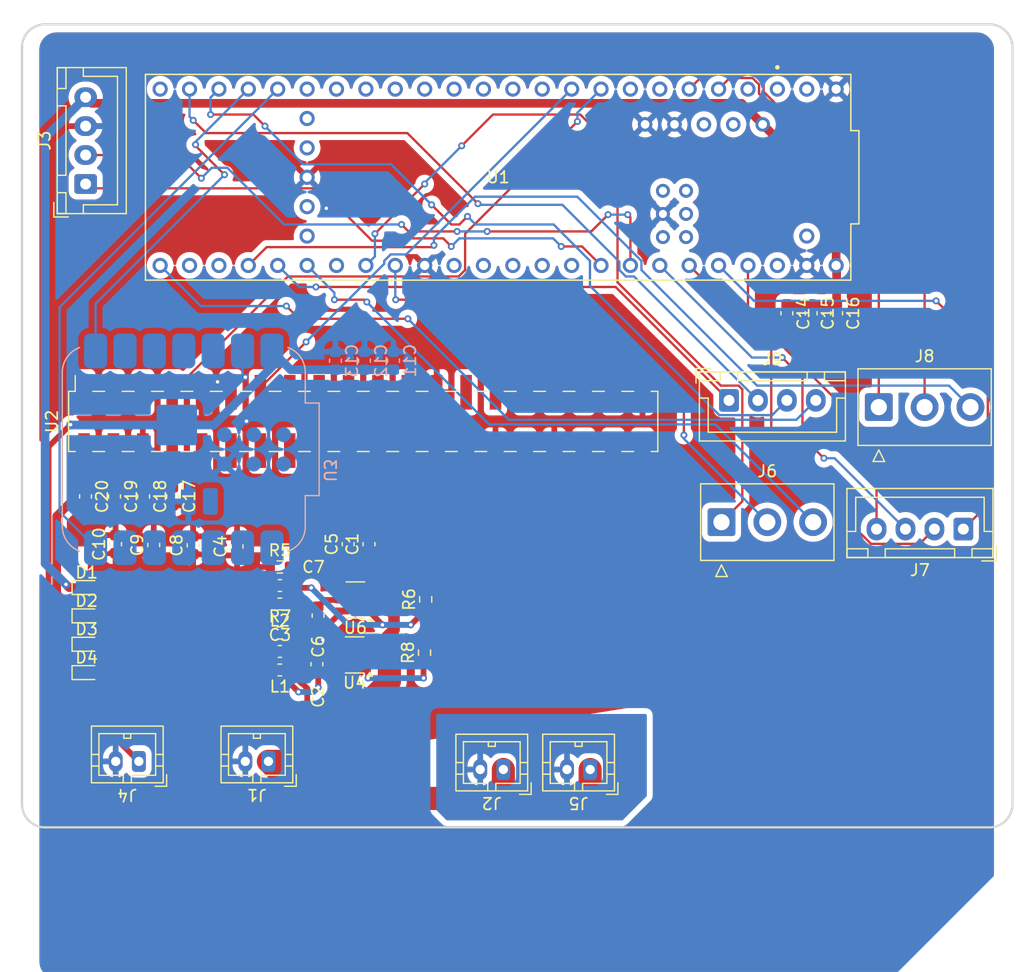
<source format=kicad_pcb>
(kicad_pcb (version 20241229) (generator "pcbnew") (generator_version "9.0")
  (layers (0 "F.Cu" signal) (2 "B.Cu" signal) (13 "F.Paste" user) (15 "B.Paste" user) (5 "F.SilkS" user "F.Silkscreen") (7 "B.SilkS" user "B.Silkscreen") (1 "F.Mask" user) (3 "B.Mask" user) (25 "Edge.Cuts" user))
  (net 0 "")
  (net 1 "+6.6V")
  (net 2 "GND")
  (net 3 "Net-(U4-BST)")
  (net 4 "Net-(U4-SW)")
  (net 5 "Net-(U4-FB)")
  (net 6 "+5.3V")
  (net 7 "Net-(U6-BST)")
  (net 8 "Net-(U6-SW)")
  (net 9 "Net-(U6-FB)")
  (net 10 "Net-(D1-K)")
  (net 11 "Net-(D2-K)")
  (net 12 "Net-(D3-K)")
  (net 13 "Net-(D4-K)")
  (net 14 "MGND")
  (net 15 "/BIN1_1")
  (net 16 "/SDA")
  (net 17 "/SCL")
  (net 18 "/BIN1")
  (net 19 "/BIN2")
  (net 20 "/PWMB")
  (net 21 "/STBY")
  (net 22 "/AIN2")
  (net 23 "/AIN1")
  (net 24 "/PWMA")
  (net 32 "/K230_TX")
  (net 54 "/K230_RX")
  (net 58 "/XIAO_RX")
  (net 64 "/XIAO_TX")
  (net 72 "/BIN2_1")
  (net 74 "/PWMB_1")
  (net 75 "/AIN2_1")
  (net 77 "/STBY_1")
  (net 78 "/PWMA_1")
  (net 79 "/AIN1_1")
  (net 108 "Net-(U1-3.3V-Pad3.3V_1)")
  (footprint "Inductor_SMD:L_0603_1608Metric" (layer "F.Cu") (at 89.7875 118.1 180)
    (property "Reference" "L2")
    (property "Value" "10uH")
  )
  (footprint "Capacitor_SMD:C_0603_1608Metric" (layer "F.Cu") (at 75.5 108.8 -90)
    (property "Reference" "C19")
    (property "Value" "1uF")
  )
  (footprint "Capacitor_SMD:C_0603_1608Metric" (layer "F.Cu") (at 82.2875 113.025 90)
    (property "Reference" "C8")
    (property "Value" "22uF")
  )
  (footprint "Connector_TE-Connectivity:TE_440054-2_1x02_P2.00mm_Vertical" (layer "F.Cu") (at 77.6 131.7 180)
    (property "Reference" "J4")
    (property "Value" "Conn_01x02")
  )
  (footprint "Connector_TE-Connectivity:TE_440054-2_1x02_P2.00mm_Vertical" (layer "F.Cu") (at 116.6 132.4 180)
    (property "Reference" "J5")
    (property "Value" "Conn_01x02")
  )
  (footprint "Inductor_SMD:L_0603_1608Metric" (layer "F.Cu") (at 89.7875 123.8 180)
    (property "Reference" "L1")
    (property "Value" "10uH")
  )
  (footprint "Capacitor_SMD:C_0603_1608Metric" (layer "F.Cu") (at 97.4875 112.925 90)
    (property "Reference" "C1")
    (property "Value" "10uF")
  )
  (footprint "Connector_TE-Connectivity:TE_440054-2_1x02_P2.00mm_Vertical" (layer "F.Cu") (at 109.1 132.4 180)
    (property "Reference" "J2")
    (property "Value" "Conn_01x02")
  )
  (footprint "Capacitor_SMD:C_0603_1608Metric" (layer "F.Cu") (at 80.52 108.8 -90)
    (property "Reference" "C17")
    (property "Value" "0.1uF")
  )
  (footprint "Capacitor_SMD:C_0603_1608Metric" (layer "F.Cu") (at 78.8875 113 90)
    (property "Reference" "C9")
    (property "Value" "22uF")
  )
  (footprint "Capacitor_SMD:C_0603_1608Metric" (layer "F.Cu") (at 72.99 108.8 -90)
    (property "Reference" "C20")
    (property "Value" "47uF")
  )
  (footprint "Capacitor_SMD:C_0603_1608Metric" (layer "F.Cu") (at 135.7 92.975 -90)
    (property "Reference" "C15")
    (property "Value" "1uF")
  )
  (footprint "Resistor_SMD:R_0603_1608Metric" (layer "F.Cu") (at 102.2875 122.3 90)
    (property "Reference" "R8")
    (property "Value" "30k")
  )
  (footprint "Capacitor_SMD:C_0603_1608Metric" (layer "F.Cu") (at 86.0875 113.125 90)
    (property "Reference" "C4")
    (property "Value" "22uF")
  )
  (footprint "Package_TO_SOT_SMD:TSOT-23-6" (layer "F.Cu") (at 96.3125 117.75 180)
    (property "Reference" "U6")
    (property "Value" "AP63201WU")
  )
  (footprint "Capacitor_SMD:C_0603_1608Metric" (layer "F.Cu") (at 89.7875 116.5)
    (property "Reference" "C7")
    (property "Value" "100pF")
  )
  (footprint "Diode_SMD:D_SOD-523" (layer "F.Cu") (at 73.0875 121.575)
    (property "Reference" "D3")
    (property "Value" "1N4148WT")
  )
  (footprint "Connector_PinSocket_2.54mm:PinSocket_2x20_P2.54mm_Vertical_SMD" (layer "F.Cu") (at 96.99 102.32 90)
    (property "Reference" "U2")
    (property "Value" "K230D")
  )
  (footprint "Capacitor_SMD:C_0603_1608Metric" (layer "F.Cu") (at 75.5875 112.925 90)
    (property "Reference" "C10")
    (property "Value" "22uF")
  )
  (footprint "Connector_JST:JST_XH_B4B-XH-A_1x04_P2.50mm_Vertical" (layer "F.Cu") (at 148.85 111.625 180)
    (property "Reference" "J7")
    (property "Value" "Conn_01x04")
  )
  (footprint "Connector_TE-Connectivity:TE_440054-2_1x02_P2.00mm_Vertical" (layer "F.Cu") (at 88.8 131.7 180)
    (property "Reference" "J1")
    (property "Value" "Conn_01x02")
  )
  (footprint "Capacitor_SMD:C_0603_1608Metric" (layer "F.Cu") (at 95.6875 112.925 90)
    (property "Reference" "C5")
    (property "Value" "10uF")
  )
  (footprint "Connector_JST:JST_XH_B4B-XH-A_1x04_P2.50mm_Vertical" (layer "F.Cu") (at 73 81.8 90)
    (property "Reference" "J3")
    (property "Value" "Conn_01x04")
  )
  (footprint "Package_TO_SOT_SMD:TSOT-23-6" (layer "F.Cu") (at 96.25 122.5 180)
    (property "Reference" "U4")
    (property "Value" "AP63201WU")
  )
  (footprint "Resistor_SMD:R_0603_1608Metric" (layer "F.Cu") (at 102.3875 117.7 90)
    (property "Reference" "R6")
    (property "Value" "30k")
  )
  (footprint "Capacitor_SMD:C_0603_1608Metric" (layer "F.Cu") (at 137.9 92.975 -90)
    (property "Reference" "C16")
    (property "Value" "0.1uF")
  )
  (footprint "Resistor_SMD:R_0603_1608Metric" (layer "F.Cu") (at 89.7875 114.9)
    (property "Reference" "R5")
    (property "Value" "169k")
  )
  (footprint "Connector_JST:JST_XH_B4B-XH-A_1x04_P2.50mm_Vertical" (layer "F.Cu") (at 128.6 100.5)
    (property "Reference" "J9")
    (property "Value" "Conn_01x04")
  )
  (footprint "Capacitor_SMD:C_0603_1608Metric" (layer "F.Cu") (at 78.01 108.8 -90)
    (property "Reference" "C18")
    (property "Value" "22uF")
  )
  (footprint "Capacitor_SMD:C_0603_1608Metric" (layer "F.Cu") (at 92.9875 123.3 -90)
    (property "Reference" "C2")
    (property "Value" "100nF")
  )
  (footprint "Diode_SMD:D_SOD-523" (layer "F.Cu") (at 73.0875 119.125)
    (property "Reference" "D2")
    (property "Value" "1N4148WT")
  )
  (footprint "Capacitor_SMD:C_0603_1608Metric" (layer "F.Cu") (at 93.0875 119.1 -90)
    (property "Reference" "C6")
    (property "Value" "100nF")
  )
  (footprint "Transformer_SMD:Teensy4.1" (layer "F.Cu") (at 108.65 81.22 180)
    (property "Reference" "U1")
    (property "Value" "DEV-16771")
  )
  (footprint "Diode_SMD:D_SOD-523" (layer "F.Cu") (at 73.0875 116.675)
    (property "Reference" "D1")
    (property "Value" "1N4148WT")
  )
  (footprint "Capacitor_SMD:C_0603_1608Metric" (layer "F.Cu") (at 89.7875 122.2)
    (property "Reference" "C3")
    (property "Value" "100pF")
  )
  (footprint "Connector_TE-Connectivity:TE_826576-3_1x03_P3.96mm_Vertical" (layer "F.Cu") (at 141.545 101.0825)
    (property "Reference" "J8")
    (property "Value" "Conn_01x03")
  )
  (footprint "Capacitor_SMD:C_0603_1608Metric" (layer "F.Cu") (at 133.6 92.975 -90)
    (property "Reference" "C14")
    (property "Value" "22uF")
  )
  (footprint "Resistor_SMD:R_0603_1608Metric" (layer "F.Cu") (at 89.7875 120.6)
    (property "Reference" "R7")
    (property "Value" "169k")
  )
  (footprint "Connector_TE-Connectivity:TE_826576-3_1x03_P3.96mm_Vertical" (layer "F.Cu") (at 127.95 111.025)
    (property "Reference" "J6")
    (property "Value" "Conn_01x03")
  )
  (footprint "Diode_SMD:D_SOD-523" (layer "F.Cu") (at 73.0875 124.025)
    (property "Reference" "D4")
    (property "Value" "1N4148WT")
  )
  (footprint "Capacitor_SMD:C_0603_1608Metric" (layer "B.Cu") (at 99.61 97.075 90)
    (property "Reference" "C11")
    (property "Value" "0.1uF")
  )
  (footprint "RF_Module:MCU_Seeed_ESP32C3" (layer "B.Cu") (at 81.48 104.73 90)
    (property "Reference" "U3")
    (property "Value" "SeeeduinoXIAO")
  )
  (footprint "Capacitor_SMD:C_0603_1608Metric" (layer "B.Cu") (at 97.1 97.075 90)
    (property "Reference" "C12")
    (property "Value" "22uF")
  )
  (footprint "Capacitor_SMD:C_0603_1608Metric" (layer "B.Cu") (at 94.59 97.075 90)
    (property "Reference" "C13")
    (property "Value" "1uF")
  )
  (gr_line (start 67.5 135.4) (end 67.5 70) (stroke (width 0.2)) (layer "Edge.Cuts"))
  (gr_line (start 69.5 68) (end 151.1 68) (stroke (width 0.2)) (layer "Edge.Cuts"))
  (gr_line (start 153.1 70) (end 153.1 135.4) (stroke (width 0.2)) (layer "Edge.Cuts"))
  (gr_arc (start 151.1 68) (mid 152.514214 68.585786) (end 153.1 70) (stroke (width 0.2)) (layer "Edge.Cuts"))
  (gr_line (start 151.1 137.4) (end 69.5 137.4) (stroke (width 0.2)) (layer "Edge.Cuts"))
  (gr_arc (start 69.5 137.4) (mid 68.085786 136.814214) (end 67.5 135.4) (stroke (width 0.2)) (layer "Edge.Cuts"))
  (gr_arc (start 153.1 135.4) (mid 152.514214 136.814214) (end 151.1 137.4) (stroke (width 0.2)) (layer "Edge.Cuts"))
  (gr_arc (start 67.5 70) (mid 68.085786 68.585786) (end 69.5 68) (stroke (width 0.2)) (layer "Edge.Cuts"))
  (segment (start 109.5 134.9) (end 115.9 134.9) (width 2) (layer "F.Cu") (net 1))
  (segment (start 97.45 117.75) (end 97.45 116.8) (width 0.2) (layer "F.Cu") (net 1))
  (segment (start 109.1 132.4) (end 109.1 134.5) (width 2) (layer "F.Cu") (net 1))
  (segment (start 97.3875 121.55) (end 98.415628 121.55) (width 1) (layer "F.Cu") (net 1))
  (segment (start 99.251 124.771735) (end 99.251 122.73624) (width 2) (layer "F.Cu") (net 1))
  (segment (start 98.225 117.575) (end 97.45 116.8) (width 1) (layer "F.Cu") (net 1))
  (segment (start 109.1 134.5) (end 109.5 134.9) (width 2) (layer "F.Cu") (net 1))
  (segment (start 97.45 116.8) (end 97.45 113.7375) (width 1) (layer "F.Cu") (net 1))
  (segment (start 92 134.9) (end 109.5 134.9) (width 2) (layer "F.Cu") (net 1))
  (segment (start 92.322735 131.7) (end 99.251 124.771735) (width 2) (layer "F.Cu") (net 1))
  (segment (start 97.4875 113.7) (end 95.6875 113.7) (width 1) (layer "F.Cu") (net 1))
  (segment (start 116.6 134.2) (end 116.6 132.4) (width 2) (layer "F.Cu") (net 1))
  (segment (start 115.9 134.9) (end 116.6 134.2) (width 2) (layer "F.Cu") (net 1))
  (segment (start 98.415628 121.55) (end 99.651 120.314628) (width 1) (layer "F.Cu") (net 1))
  (segment (start 88.8 131.7) (end 92 134.9) (width 2) (layer "F.Cu") (net 1))
  (segment (start 99.251 122.73624) (end 98.46376 121.949) (width 2) (layer "F.Cu") (net 1))
  (segment (start 97.501 117.699) (end 97.45 117.699) (width 1) (layer "F.Cu") (net 1))
  (segment (start 99.651 119.001) (end 98.225 117.575) (width 1) (layer "F.Cu") (net 1))
  (segment (start 97.45 113.7375) (end 97.4875 113.7) (width 1) (layer "F.Cu") (net 1))
  (segment (start 88.8 131.7) (end 92.322735 131.7) (width 2) (layer "F.Cu") (net 1))
  (segment (start 99.651 120.314628) (end 99.651 119.001) (width 1) (layer "F.Cu") (net 1))
  (segment (start 97.3875 121.55) (end 97.3875 122.449) (width 1) (layer "F.Cu") (net 1))
  (segment (start 97.625 117.575) (end 97.501 117.699) (width 1) (layer "F.Cu") (net 1))
  (segment (start 98.225 117.575) (end 97.625 117.575) (width 1) (layer "F.Cu") (net 1))
  (via (at 84.4 98.9) (size 0.6) (drill 0.3) (layers "F.Cu" "B.Cu") (net 2))
  (via (at 93.8 83.9) (size 0.6) (drill 0.3) (layers "F.Cu" "B.Cu") (net 2))
  (via (at 86.8 98.5) (size 0.6) (drill 0.3) (layers "F.Cu" "B.Cu") (net 2))
  (via (at 86.9 102.3) (size 0.6) (drill 0.3) (layers "F.Cu" "B.Cu") (net 2))
  (via (at 93.5 121.2) (size 0.6) (drill 0.3) (layers "F.Cu" "B.Cu") (net 2))
  (segment (start 86.56 98.26) (end 86.56 96.23) (width 0.2) (layer "B.Cu") (net 2))
  (segment (start 86.8 98.5) (end 86.56 98.26) (width 0.2) (layer "B.Cu") (net 2))
  (segment (start 94.4875 124.075) (end 95.1125 123.45) (width 0.5) (layer "F.Cu") (net 3))
  (segment (start 93.1 125.3) (end 93.1 124.1875) (width 0.5) (layer "F.Cu") (net 3))
  (segment (start 90.575 123.8) (end 90.575 124.875) (width 0.5) (layer "F.Cu") (net 3))
  (segment (start 90.575 124.875) (end 91.4 125.7) (width 0.5) (layer "F.Cu") (net 3))
  (segment (start 93.1 124.1875) (end 92.9875 124.075) (width 0.5) (layer "F.Cu") (net 3))
  (segment (start 92.9875 124.075) (end 94.4875 124.075) (width 0.5) (layer "F.Cu") (net 3))
  (via (at 93.1 125.3) (size 0.6) (drill 0.3) (layers "F.Cu" "B.Cu") (net 3))
  (via (at 91.4 125.7) (size 0.6) (drill 0.3) (layers "F.Cu" "B.Cu") (net 3))
  (segment (start 91.4 125.7) (end 92.7 125.7) (width 0.5) (layer "B.Cu") (net 3))
  (segment (start 92.7 125.7) (end 93.1 125.3) (width 0.5) (layer "B.Cu") (net 3))
  (segment (start 92.9875 122.525) (end 95.0875 122.525) (width 0.5) (layer "F.Cu") (net 4))
  (segment (start 95.0875 122.525) (end 95.1125 122.5) (width 0.5) (layer "F.Cu") (net 4))
  (segment (start 91.649 124.949) (end 91.711075 124.949) (width 0.5) (layer "F.Cu") (net 5))
  (segment (start 97.4 124.5) (end 97.4 123.4625) (width 0.5) (layer "F.Cu") (net 5))
  (segment (start 93.21875 127.61875) (end 97.3875 123.45) (width 0.5) (layer "F.Cu") (net 5))
  (segment (start 102.2 124.5) (end 102.2 123.2125) (width 0.5) (layer "F.Cu") (net 5))
  (segment (start 91.4635 123.101) (end 91.4635 124.7635) (width 0.5) (layer "F.Cu") (net 5))
  (segment (start 102.2 123.2125) (end 102.2875 123.125) (width 0.5) (layer "F.Cu") (net 5))
  (segment (start 91.4635 124.7635) (end 91.649 124.949) (width 0.5) (layer "F.Cu") (net 5))
  (segment (start 90.6125 122.15) (end 90.5625 122.2) (width 0.5) (layer "F.Cu") (net 5))
  (segment (start 91.711075 124.949) (end 92.151 125.388925) (width 0.5) (layer "F.Cu") (net 5))
  (segment (start 97.4 123.4625) (end 97.3875 123.45) (width 0.5) (layer "F.Cu") (net 5))
  (segment (start 90.6125 120.6) (end 90.6125 122.15) (width 0.5) (layer "F.Cu") (net 5))
  (segment (start 90.5625 122.2) (end 91.4635 123.101) (width 0.5) (layer "F.Cu") (net 5))
  (segment (start 92.151 126.551) (end 93.21875 127.61875) (width 0.5) (layer "F.Cu") (net 5))
  (segment (start 92.151 125.388925) (end 92.151 126.551) (width 0.5) (layer "F.Cu") (net 5))
  (via (at 102.2 124.5) (size 0.6) (drill 0.3) (layers "F.Cu" "B.Cu") (net 5))
  (via (at 97.4 124.5) (size 0.6) (drill 0.3) (layers "F.Cu" "B.Cu") (net 5))
  (segment (start 97.4 124.5) (end 102.2 124.5) (width 0.5) (layer "B.Cu") (net 5))
  (segment (start 91.3125 118.1) (end 93.0875 119.875) (width 0.5) (layer "F.Cu") (net 7))
  (segment (start 90.575 118.1) (end 91.3125 118.1) (width 0.5) (layer "F.Cu") (net 7))
  (segment (start 93.0875 119.875) (end 94 119.875) (width 0.5) (layer "F.Cu") (net 7))
  (segment (start 94 119.875) (end 95.175 118.7) (width 0.5) (layer "F.Cu") (net 7))
  (segment (start 93.6625 117.75) (end 95.175 117.75) (width 0.5) (layer "F.Cu") (net 8))
  (segment (start 93.0875 118.325) (end 93.6625 117.75) (width 0.5) (layer "F.Cu") (net 8))
  (segment (start 92.5 116.7) (end 90.7625 116.7) (width 0.5) (layer "F.Cu") (net 9))
  (segment (start 90.5625 114.95) (end 90.6125 114.9) (width 0.5) (layer "F.Cu") (net 9))
  (segment (start 90.7625 116.7) (end 90.5625 116.5) (width 0.5) (layer "F.Cu") (net 9))
  (segment (start 102.3875 118.525) (end 102.3875 118.6125) (width 0.5) (layer "F.Cu") (net 9))
  (segment (start 102.3875 118.6125) (end 101.1 119.9) (width 0.5) (layer "F.Cu") (net 9))
  (segment (start 90.5625 116.5) (end 90.5625 114.95) (width 0.5) (layer "F.Cu") (net 9))
  (segment (start 98.65 119.9) (end 97.45 118.7) (width 0.5) (layer "F.Cu") (net 9))
  (via (at 101.1 119.9) (size 0.6) (drill 0.3) (layers "F.Cu" "B.Cu") (net 9))
  (via (at 98.65 119.9) (size 0.6) (drill 0.3) (layers "F.Cu" "B.Cu") (net 9))
  (via (at 92.5 116.7) (size 0.6) (drill 0.3) (layers "F.Cu" "B.Cu") (net 9))
  (segment (start 101.1 119.9) (end 95.7 119.9) (width 0.5) (layer "B.Cu") (net 9))
  (segment (start 101.1 119.9) (end 98.65 119.9) (width 0.5) (layer "B.Cu") (net 9))
  (segment (start 95.7 119.9) (end 92.5 116.7) (width 0.5) (layer "B.Cu") (net 9))
  (segment (start 137.9 88.88) (end 137.86 88.84) (width 0.75) (layer "F.Cu") (net 10))
  (segment (start 73 74.3) (end 73.53 74.83) (width 0.75) (layer "F.Cu") (net 10))
  (segment (start 71.575 116.675) (end 71.5 116.6) (width 0.75) (layer "F.Cu") (net 10))
  (segment (start 71.5 116.6) (end 71.3 116.4) (width 0.75) (layer "F.Cu") (net 10))
  (segment (start 131.51 76.65) (end 137.86 83) (width 0.75) (layer "F.Cu") (net 10))
  (segment (start 137.9 92.2) (end 137.9 88.88) (width 0.75) (layer "F.Cu") (net 10))
  (segment (start 73.53 74.83) (end 129.69 74.83) (width 0.75) (layer "F.Cu") (net 10))
  (segment (start 129.69 74.83) (end 131.51 76.65) (width 0.75) (layer "F.Cu") (net 10))
  (segment (start 137.86 83) (end 137.86 88.84) (width 0.75) (layer "F.Cu") (net 10))
  (segment (start 133.6 92.2) (end 137.9 92.2) (width 0.75) (layer "F.Cu") (net 10))
  (segment (start 72.3875 116.675) (end 71.575 116.675) (width 0.75) (layer "F.Cu") (net 10))
  (via (at 71.3 116.4) (size 0.6) (drill 0.3) (layers "F.Cu" "B.Cu") (net 10))
  (segment (start 71.3 116.4) (end 69.5 114.6) (width 0.75) (layer "B.Cu") (net 10))
  (segment (start 69.5 114.6) (end 69.5 77.8) (width 0.75) (layer "B.Cu") (net 10))
  (segment (start 69.5 77.8) (end 73 74.3) (width 0.75) (layer "B.Cu") (net 10))
  (segment (start 70.5 110.515) (end 72.99 108.025) (width 0.75) (layer "F.Cu") (net 11))
  (segment (start 75.5 108.025) (end 75.5 104.94) (width 0.75) (layer "F.Cu") (net 11))
  (segment (start 72.99 108.025) (end 73.6 108.025) (width 0.75) (layer "F.Cu") (net 11))
  (segment (start 75.5 108.025) (end 78.01 108.025) (width 0.75) (layer "F.Cu") (net 11))
  (segment (start 73.6 105.58) (end 72.86 104.84) (width 0.75) (layer "F.Cu") (net 11))
  (segment (start 72.3875 119.125) (end 70.5 117.2375) (width 0.75) (layer "F.Cu") (net 11))
  (segment (start 70.5 117.2375) (end 70.5 110.515) (width 0.75) (layer "F.Cu") (net 11))
  (segment (start 75.5 104.94) (end 75.4 104.84) (width 0.75) (layer "F.Cu") (net 11))
  (segment (start 78.01 108.025) (end 80.52 108.025) (width 0.75) (layer "F.Cu") (net 11))
  (segment (start 73.6 108.025) (end 75.5 108.025) (width 0.75) (layer "F.Cu") (net 11))
  (segment (start 73.6 108.025) (end 73.6 105.58) (width 0.75) (layer "F.Cu") (net 11))
  (segment (start 72.375 121.575) (end 70.9 120.1) (width 0.5) (layer "F.Cu") (net 12))
  (segment (start 69.799 104.501) (end 71.7 102.6) (width 0.5) (layer "F.Cu") (net 12))
  (segment (start 70.9 120.1) (end 69.799 118.999) (width 0.5) (layer "F.Cu") (net 12))
  (segment (start 69.799 118.999) (end 69.799 104.501) (width 0.5) (layer "F.Cu") (net 12))
  (segment (start 72.3875 121.575) (end 72.375 121.575) (width 0.5) (layer "F.Cu") (net 12))
  (via (at 71.7 102.6) (size 0.6) (drill 0.3) (layers "F.Cu" "B.Cu") (net 12))
  (segment (start 84.076174 102.63) (end 80.88 102.63) (width 0.75) (layer "B.Cu") (net 12))
  (segment (start 71.7 102.6) (end 71.73 102.63) (width 0.75) (layer "B.Cu") (net 12))
  (segment (start 90.72 97.85) (end 89.1 96.23) (width 0.75) (layer "B.Cu") (net 12))
  (segment (start 94.59 97.85) (end 90.72 97.85) (width 0.75) (layer "B.Cu") (net 12))
  (segment (start 89.1 97.606174) (end 84.076174 102.63) (width 0.75) (layer "B.Cu") (net 12))
  (segment (start 71.73 102.63) (end 80.88 102.63) (width 0.75) (layer "B.Cu") (net 12))
  (segment (start 99.61 97.85) (end 94.59 97.85) (width 0.75) (layer "B.Cu") (net 12))
  (segment (start 89.1 96.23) (end 89.1 97.606174) (width 0.75) (layer "B.Cu") (net 12))
  (segment (start 72.3875 126.4875) (end 77.6 131.7) (width 0.5) (layer "F.Cu") (net 13))
  (segment (start 72.3875 124.025) (end 72.3875 126.4875) (width 0.5) (layer "F.Cu") (net 13))
  (segment (start 128.655 72.645) (end 127.7 73.6) (width 0.2) (layer "F.Cu") (net 15))
  (segment (start 131.195 73.995574) (end 131.195 73.204426) (width 0.2) (layer "F.Cu") (net 15))
  (segment (start 141.545 101.0825) (end 141.545 84.345574) (width 0.2) (layer "F.Cu") (net 15))
  (segment (start 130.635574 72.645) (end 128.655 72.645) (width 0.2) (layer "F.Cu") (net 15))
  (segment (start 141.545 84.345574) (end 131.195 73.995574) (width 0.2) (layer "F.Cu") (net 15))
  (segment (start 131.195 73.204426) (end 130.635574 72.645) (width 0.2) (layer "F.Cu") (net 15))
  (segment (start 93.225057 82.175) (end 73.375 82.175) (width 0.2) (layer "F.Cu") (net 16))
  (segment (start 103.9 86.5) (end 99.150057 86.5) (width 0.2) (layer "F.Cu") (net 16))
  (segment (start 99.150057 86.5) (end 98.949057 86.701) (width 0.2) (layer "F.Cu") (net 16))
  (segment (start 114.1 87.2) (end 115.9 87.2) (width 0.2) (layer "F.Cu") (net 16))
  (segment (start 98.949057 86.701) (end 97.751057 86.701) (width 0.2) (layer "F.Cu") (net 16))
  (segment (start 97.751057 86.701) (end 93.225057 82.175) (width 0.2) (layer "F.Cu") (net 16))
  (segment (start 115.9 87.2) (end 117.54 88.84) (width 0.2) (layer "F.Cu") (net 16))
  (segment (start 104.6 87.2) (end 103.9 86.5) (width 0.2) (layer "F.Cu") (net 16))
  (segment (start 73.375 82.175) (end 73 81.8) (width 0.2) (layer "F.Cu") (net 16))
  (via (at 114.1 87.2) (size 0.6) (drill 0.3) (layers "F.Cu" "B.Cu") (net 16))
  (via (at 104.6 87.2) (size 0.6) (drill 0.3) (layers "F.Cu" "B.Cu") (net 16))
  (segment (start 104.6 87.2) (end 105.3 86.5) (width 0.2) (layer "B.Cu") (net 16))
  (segment (start 105.3 86.5) (end 113.4 86.5) (width 0.2) (layer "B.Cu") (net 16))
  (segment (start 113.4 86.5) (end 114.1 87.2) (width 0.2) (layer "B.Cu") (net 16))
  (segment (start 81 79.3) (end 73 79.3) (width 0.2) (layer "F.Cu") (net 17))
  (segment (start 116.7 85.9) (end 107.7 85.9) (width 0.2) (layer "F.Cu") (net 17))
  (segment (start 120.08 84.68) (end 119.85 84.45) (width 0.2) (layer "F.Cu") (net 17))
  (segment (start 120.08 88.84) (end 120.08 84.68) (width 0.2) (layer "F.Cu") (net 17))
  (segment (start 83 81.3) (end 81 79.3) (width 0.2) (layer "F.Cu") (net 17))
  (segment (start 100.9 85.9) (end 100.3 85.3) (width 0.2) (layer "F.Cu") (net 17))
  (segment (start 118.15 84.45) (end 116.7 85.9) (width 0.2) (layer "F.Cu") (net 17))
  (segment (start 105.1 85.9) (end 100.9 85.9) (width 0.2) (layer "F.Cu") (net 17))
  (segment (start 119.85 84.45) (end 119.8 84.4) (width 0.2) (layer "F.Cu") (net 17))
  (via (at 107.7 85.9) (size 0.6) (drill 0.3) (layers "F.Cu" "B.Cu") (net 17))
  (via (at 119.85 84.45) (size 0.6) (drill 0.3) (layers "F.Cu" "B.Cu") (net 17))
  (via (at 100.3 85.3) (size 0.6) (drill 0.3) (layers "F.Cu" "B.Cu") (net 17))
  (via (at 118.15 84.45) (size 0.6) (drill 0.3) (layers "F.Cu" "B.Cu") (net 17))
  (via (at 105.1 85.9) (size 0.6) (drill 0.3) (layers "F.Cu" "B.Cu") (net 17))
  (via (at 83 81.3) (size 0.6) (drill 0.3) (layers "F.Cu" "B.Cu") (net 17))
  (segment (start 118.15 84.45) (end 118.1 84.5) (width 0.2) (layer "B.Cu") (net 17))
  (segment (start 90.149943 85.3) (end 85.248943 80.399) (width 0.2) (layer "B.Cu") (net 17))
  (segment (start 83.901 80.399) (end 83 81.3) (width 0.2) (layer "B.Cu") (net 17))
  (segment (start 100.3 85.3) (end 90.149943 85.3) (width 0.2) (layer "B.Cu") (net 17))
  (segment (start 119.85 84.45) (end 118.15 84.45) (width 0.2) (layer "B.Cu") (net 17))
  (segment (start 107.7 85.9) (end 105.1 85.9) (width 0.2) (layer "B.Cu") (net 17))
  (segment (start 85.248943 80.399) (end 83.901 80.399) (width 0.2) (layer "B.Cu") (net 17))
  (segment (start 129.751 109.224) (end 129.751 99.53984) (width 0.2) (layer "F.Cu") (net 18))
  (segment (start 118.9661 90.299) (end 118.9661 79.016157) (width 0.2) (layer "F.Cu") (net 18))
  (segment (start 129.43516 99.224) (end 127.8911 99.224) (width 0.2) (layer "F.Cu") (net 18))
  (segment (start 118.9661 79.016157) (end 115.748943 75.799) (width 0.2) (layer "F.Cu") (net 18))
  (segment (start 102.3 81.8) (end 98 86.1) (width 0.2) (layer "F.Cu") (net 18))
  (segment (start 127.8911 99.224) (end 118.9661 90.299) (width 0.2) (layer "F.Cu") (net 18))
  (segment (start 127.95 111.025) (end 129.751 109.224) (width 0.2) (layer "F.Cu") (net 18))
  (segment (start 108.201 75.799) (end 105.5 78.5) (width 0.2) (layer "F.Cu") (net 18))
  (segment (start 115.748943 75.799) (end 108.201 75.799) (width 0.2) (layer "F.Cu") (net 18))
  (segment (start 129.751 99.53984) (end 129.43516 99.224) (width 0.2) (layer "F.Cu") (net 18))
  (via (at 105.5 78.5) (size 0.6) (drill 0.3) (layers "F.Cu" "B.Cu") (net 18))
  (via (at 98 86.1) (size 0.6) (drill 0.3) (layers "F.Cu" "B.Cu") (net 18))
  (via (at 102.3 81.8) (size 0.6) (drill 0.3) (layers "F.Cu" "B.Cu") (net 18))
  (segment (start 98 86.1) (end 98 88.06) (width 0.2) (layer "B.Cu") (net 18))
  (segment (start 102.3 81.7) (end 102.3 81.8) (width 0.2) (layer "B.Cu") (net 18))
  (segment (start 98 88.06) (end 97.22 88.84) (width 0.2) (layer "B.Cu") (net 18))
  (segment (start 105.5 78.5) (end 102.3 81.7) (width 0.2) (layer "B.Cu") (net 18))
  (segment (start 124.7 100.778) (end 115.722 91.8) (width 0.2) (layer "F.Cu") (net 19))
  (segment (start 115.722 91.8) (end 99.8 91.8) (width 0.2) (layer "F.Cu") (net 19))
  (segment (start 124.7 103.5) (end 124.7 100.778) (width 0.2) (layer "F.Cu") (net 19))
  (via (at 124.7 103.5) (size 0.6) (drill 0.3) (layers "F.Cu" "B.Cu") (net 19))
  (via (at 99.8 91.8) (size 0.6) (drill 0.3) (layers "F.Cu" "B.Cu") (net 19))
  (segment (start 99.8 91.8) (end 99.76 91.76) (width 0.2) (layer "B.Cu") (net 19))
  (segment (start 124.7 103.815) (end 124.7 103.5) (width 0.2) (layer "B.Cu") (net 19))
  (segment (start 99.76 91.76) (end 99.76 88.84) (width 0.2) (layer "B.Cu") (net 19))
  (segment (start 131.91 111.025) (end 124.7 103.815) (width 0.2) (layer "B.Cu") (net 19))
  (segment (start 97.3 92) (end 97.1 91.8) (width 0.2) (layer "F.Cu") (net 20))
  (segment (start 97.1 91.8) (end 94.5 91.8) (width 0.2) (layer "F.Cu") (net 20))
  (via (at 97.3 92) (size 0.6) (drill 0.3) (layers "F.Cu" "B.Cu") (net 20))
  (via (at 94.5 91.8) (size 0.6) (drill 0.3) (layers "F.Cu" "B.Cu") (net 20))
  (segment (start 127.423 102.578) (end 107.878 102.578) (width 0.2) (layer "B.Cu") (net 20))
  (segment (start 94.5 91.2) (end 92.14 88.84) (width 0.2) (layer "B.Cu") (net 20))
  (segment (start 94.5 91.8) (end 94.5 91.2) (width 0.2) (layer "B.Cu") (net 20))
  (segment (start 107.878 102.578) (end 97.3 92) (width 0.2) (layer "B.Cu") (net 20))
  (segment (start 135.87 111.025) (end 127.423 102.578) (width 0.2) (layer "B.Cu") (net 20))
  (segment (start 141.35 103.95) (end 130.24 92.84) (width 0.2) (layer "F.Cu") (net 21))
  (segment (start 130.24 92.84) (end 130.24 88.84) (width 0.2) (layer "F.Cu") (net 21))
  (segment (start 141.35 111.625) (end 141.35 103.95) (width 0.2) (layer "F.Cu") (net 21))
  (segment (start 132.251 95.931) (end 125.16 88.84) (width 0.2) (layer "F.Cu") (net 22))
  (segment (start 146.35 111.625) (end 145.074 112.901) (width 0.2) (layer "F.Cu") (net 22))
  (segment (start 140.87324 112.901) (end 132.251 104.27876) (width 0.2) (layer "F.Cu") (net 22))
  (segment (start 145.074 112.901) (end 140.87324 112.901) (width 0.2) (layer "F.Cu") (net 22))
  (segment (start 132.251 104.27876) (end 132.251 95.931) (width 0.2) (layer "F.Cu") (net 22))
  (segment (start 136.8 105.5) (end 134.949 103.649) (width 0.2) (layer "F.Cu") (net 23))
  (segment (start 134.949 98.549) (end 133.2 96.8) (width 0.2) (layer "F.Cu") (net 23))
  (segment (start 134.949 103.649) (end 134.949 98.549) (width 0.2) (layer "F.Cu") (net 23))
  (via (at 136.8 105.5) (size 0.6) (drill 0.3) (layers "F.Cu" "B.Cu") (net 23))
  (via (at 133.2 96.8) (size 0.6) (drill 0.3) (layers "F.Cu" "B.Cu") (net 23))
  (segment (start 130.58 96.8) (end 122.62 88.84) (width 0.2) (layer "B.Cu") (net 23))
  (segment (start 143.85 111.625) (end 137.725 105.5) (width 0.2) (layer "B.Cu") (net 23))
  (segment (start 137.725 105.5) (end 136.8 105.5) (width 0.2) (layer "B.Cu") (net 23))
  (segment (start 136.8 105.5) (end 136.7 105.5) (width 0.2) (layer "B.Cu") (net 23))
  (segment (start 133.2 96.8) (end 130.58 96.8) (width 0.2) (layer "B.Cu") (net 23))
  (segment (start 150.966 96.366) (end 146.5 91.9) (width 0.2) (layer "F.Cu") (net 24))
  (segment (start 150.966 109.509) (end 150.966 96.366) (width 0.2) (layer "F.Cu") (net 24))
  (segment (start 146.5 91.9) (end 146.4 91.8) (width 0.2) (layer "F.Cu") (net 24))
  (segment (start 148.85 111.625) (end 150.966 109.509) (width 0.2) (layer "F.Cu") (net 24))
  (via (at 146.5 91.9) (size 0.6) (drill 0.3) (layers "F.Cu" "B.Cu") (net 24))
  (segment (start 130.76 91.9) (end 127.7 88.84) (width 0.2) (layer "B.Cu") (net 24))
  (segment (start 146.5 91.9) (end 130.76 91.9) (width 0.2) (layer "B.Cu") (net 24))
  (segment (start 105.795 89.235574) (end 105.795 86.105) (width 0.2) (layer "F.Cu") (net 32))
  (segment (start 105.795 86.105) (end 115.5 76.4) (width 0.2) (layer "F.Cu") (net 32))
  (segment (start 105.235574 89.795) (end 105.795 89.235574) (width 0.2) (layer "F.Cu") (net 32))
  (segment (start 90.485 89.795) (end 105.235574 89.795) (width 0.2) (layer "F.Cu") (net 32))
  (segment (start 80.48 99.8) (end 90.485 89.795) (width 0.2) (layer "F.Cu") (net 32))
  (via (at 115.5 76.4) (size 0.6) (drill 0.3) (layers "F.Cu" "B.Cu") (net 32))
  (segment (start 115.5 75.64) (end 117.54 73.6) (width 0.2) (layer "B.Cu") (net 32))
  (segment (start 115.5 76.4) (end 115.5 75.64) (width 0.2) (layer "B.Cu") (net 32))
  (segment (start 88.1 99.4) (end 88.1 99.8) (width 0.2) (layer "F.Cu") (net 54))
  (segment (start 92.05 95.45) (end 88.1 99.4) (width 0.2) (layer "F.Cu") (net 54))
  (via (at 92.05 95.45) (size 0.6) (drill 0.3) (layers "F.Cu" "B.Cu") (net 54))
  (segment (start 100.715 87.885) (end 99.364426 87.885) (width 0.2) (layer "B.Cu") (net 54))
  (segment (start 98.805 88.695) (end 92.05 95.45) (width 0.2) (layer "B.Cu") (net 54))
  (segment (start 99.364426 87.885) (end 98.805 88.444426) (width 0.2) (layer "B.Cu") (net 54))
  (segment (start 98.805 88.444426) (end 98.805 88.695) (width 0.2) (layer "B.Cu") (net 54))
  (segment (start 115 73.6) (end 100.715 87.885) (width 0.2) (layer "B.Cu") (net 54))
  (segment (start 92.05 95.45) (end 92 95.5) (width 0.2) (layer "B.Cu") (net 54))
  (segment (start 82.5 78.5) (end 82.5 78.4) (width 0.2) (layer "F.Cu") (net 58))
  (segment (start 85 81) (end 83 79) (width 0.2) (layer "F.Cu") (net 58))
  (segment (start 83 79) (end 82.5 78.5) (width 0.2) (layer "F.Cu") (net 58))
  (via (at 85 81) (size 0.6) (drill 0.3) (layers "F.Cu" "B.Cu") (net 58))
  (via (at 82.5 78.4) (size 0.6) (drill 0.3) (layers "F.Cu" "B.Cu") (net 58))
  (segment (start 73.86 96.23) (end 73.86 92.14) (width 0.2) (layer "B.Cu") (net 58))
  (segment (start 82.5 78.4) (end 82.5 78.16) (width 0.2) (layer "B.Cu") (net 58))
  (segment (start 73.86 92.14) (end 85 81) (width 0.2) (layer "B.Cu") (net 58))
  (segment (start 82.5 78.16) (end 87.06 73.6) (width 0.2) (layer "B.Cu") (net 58))
  (segment (start 70.749 92.451) (end 89.6 73.6) (width 0.2) (layer "B.Cu") (net 64))
  (segment (start 73.86 113.23) (end 70.749 110.119) (width 0.2) (layer "B.Cu") (net 64))
  (segment (start 70.749 110.119) (end 70.749 92.451) (width 0.2) (layer "B.Cu") (net 64))
  (segment (start 131.596 73.829474) (end 131.596 73.038326) (width 0.2) (layer "F.Cu") (net 72))
  (segment (start 145.505 87.738474) (end 131.596 73.829474) (width 0.2) (layer "F.Cu") (net 72))
  (segment (start 130.801674 72.244) (end 126.516 72.244) (width 0.2) (layer "F.Cu") (net 72))
  (segment (start 145.505 101.0825) (end 145.505 87.738474) (width 0.2) (layer "F.Cu") (net 72))
  (segment (start 126.516 72.244) (end 125.16 73.6) (width 0.2) (layer "F.Cu") (net 72))
  (segment (start 131.596 73.038326) (end 130.801674 72.244) (width 0.2) (layer "F.Cu") (net 72))
  (segment (start 102.945 87.255) (end 88.645 87.255) (width 0.2) (layer "F.Cu") (net 74))
  (segment (start 103.1 87.1) (end 102.945 87.255) (width 0.2) (layer "F.Cu") (net 74))
  (segment (start 88.645 87.255) (end 87.06 88.84) (width 0.2) (layer "F.Cu") (net 74))
  (via (at 103.1 87.1) (size 0.6) (drill 0.3) (layers "F.Cu" "B.Cu") (net 74))
  (segment (start 103.1 87.1) (end 103.1 87.3) (width 0.2) (layer "B.Cu") (net 74))
  (segment (start 147.6065 99.224) (end 131.023426 99.224) (width 0.2) (layer "B.Cu") (net 74))
  (segment (start 103.1 86.450057) (end 103.1 87.1) (width 0.2) (layer "B.Cu") (net 74))
  (segment (start 106.651057 82.899) (end 103.1 86.450057) (width 0.2) (layer "B.Cu") (net 74))
  (segment (start 149.465 101.0825) (end 147.6065 99.224) (width 0.2) (layer "B.Cu") (net 74))
  (segment (start 121.035 88.444426) (end 115.489574 82.899) (width 0.2) (layer "B.Cu") (net 74))
  (segment (start 121.035 89.235574) (end 121.035 88.444426) (width 0.2) (layer "B.Cu") (net 74))
  (segment (start 131.023426 99.224) (end 121.035 89.235574) (width 0.2) (layer "B.Cu") (net 74))
  (segment (start 115.489574 82.899) (end 106.651057 82.899) (width 0.2) (layer "B.Cu") (net 74))
  (segment (start 83.4 77.4) (end 82.3 76.3) (width 0.2) (layer "F.Cu") (net 75))
  (segment (start 100.8 77.4) (end 83.4 77.4) (width 0.2) (layer "F.Cu") (net 75))
  (segment (start 106.9 83.5) (end 100.8 77.4) (width 0.2) (layer "F.Cu") (net 75))
  (via (at 82.3 76.3) (size 0.6) (drill 0.3) (layers "F.Cu" "B.Cu") (net 75))
  (via (at 106.9 83.5) (size 0.6) (drill 0.3) (layers "F.Cu" "B.Cu") (net 75))
  (segment (start 107.4 83.6) (end 107 83.6) (width 0.2) (layer "B.Cu") (net 75))
  (segment (start 131.1 100.5) (end 120.395 89.795) (width 0.2) (layer "B.Cu") (net 75))
  (segment (start 114.2 83.6) (end 107.4 83.6) (width 0.2) (layer "B.Cu") (net 75))
  (segment (start 107.4 83.6) (end 107.3 83.6) (width 0.2) (layer "B.Cu") (net 75))
  (segment (start 119.125 89.235574) (end 119.125 88.525) (width 0.2) (layer "B.Cu") (net 75))
  (segment (start 119.125 88.525) (end 114.2 83.6) (width 0.2) (layer "B.Cu") (net 75))
  (segment (start 81.98 75.98) (end 81.98 73.6) (width 0.2) (layer "B.Cu") (net 75))
  (segment (start 119.684426 89.795) (end 119.125 89.235574) (width 0.2) (layer "B.Cu") (net 75))
  (segment (start 107 83.6) (end 106.9 83.5) (width 0.2) (layer "B.Cu") (net 75))
  (segment (start 82.3 76.3) (end 81.98 75.98) (width 0.2) (layer "B.Cu") (net 75))
  (segment (start 120.395 89.795) (end 119.684426 89.795) (width 0.2) (layer "B.Cu") (net 75))
  (segment (start 90.35 92.35) (end 90.3 92.3) (width 0.2) (layer "F.Cu") (net 77))
  (segment (start 91.45 93.45) (end 90.35 92.35) (width 0.2) (layer "F.Cu") (net 77))
  (segment (start 100.85 93.45) (end 91.45 93.45) (width 0.2) (layer "F.Cu") (net 77))
  (via (at 100.85 93.45) (size 0.6) (drill 0.3) (layers "F.Cu" "B.Cu") (net 77))
  (via (at 90.35 92.35) (size 0.6) (drill 0.3) (layers "F.Cu" "B.Cu") (net 77))
  (segment (start 109.577 102.177) (end 100.85 93.45) (width 0.2) (layer "B.Cu") (net 77))
  (segment (start 136.1 100.5) (end 134.423 102.177) (width 0.2) (layer "B.Cu") (net 77))
  (segment (start 100.85 93.45) (end 100.7 93.3) (width 0.2) (layer "B.Cu") (net 77))
  (segment (start 82.95 92.35) (end 79.44 88.84) (width 0.2) (layer "B.Cu") (net 77))
  (segment (start 134.423 102.177) (end 109.577 102.177) (width 0.2) (layer "B.Cu") (net 77))
  (segment (start 90.35 92.35) (end 82.95 92.35) (width 0.2) (layer "B.Cu") (net 77))
  (segment (start 118.8 90.7) (end 92.9 90.7) (width 0.2) (layer "F.Cu") (net 78))
  (segment (start 128.6 100.5) (end 118.8 90.7) (width 0.2) (layer "F.Cu") (net 78))
  (via (at 92.9 90.7) (size 0.6) (drill 0.3) (layers "F.Cu" "B.Cu") (net 78))
  (segment (start 92.9 90.7) (end 91.46 90.7) (width 0.2) (layer "B.Cu") (net 78))
  (segment (start 91.46 90.7) (end 89.6 88.84) (width 0.2) (layer "B.Cu") (net 78))
  (segment (start 87.5 75.8) (end 88.5 76.8) (width 0.2) (layer "F.Cu") (net 79))
  (segment (start 106 84.6) (end 105.3 85.3) (width 0.2) (layer "F.Cu") (net 79))
  (segment (start 105.3 85.3) (end 104.6 85.3) (width 0.2) (layer "F.Cu") (net 79))
  (segment (start 83.8 75.8) (end 87.5 75.8) (width 0.2) (layer "F.Cu") (net 79))
  (segment (start 106 84.6) (end 105.7 84.9) (width 0.2) (layer "F.Cu") (net 79))
  (segment (start 104.6 85.3) (end 102.9 83.6) (width 0.2) (layer "F.Cu") (net 79))
  (via (at 102.9 83.6) (size 0.6) (drill 0.3) (layers "F.Cu" "B.Cu") (net 79))
  (via (at 83.8 75.8) (size 0.6) (drill 0.3) (layers "F.Cu" "B.Cu") (net 79))
  (via (at 106 84.6) (size 0.6) (drill 0.3) (layers "F.Cu" "B.Cu") (net 79))
  (via (at 88.5 76.8) (size 0.6) (drill 0.3) (layers "F.Cu" "B.Cu") (net 79))
  (segment (start 127.76484 101.776) (end 132.324 101.776) (width 0.2) (layer "B.Cu") (net 79))
  (segment (start 91.8 80.1) (end 99.4 80.1) (width 0.2) (layer "B.Cu") (net 79))
  (segment (start 113.440574 85.3) (end 116.585 88.444426) (width 0.2) (layer "B.Cu") (net 79))
  (segment (start 116.585 88.444426) (end 116.585 90.59616) (width 0.2) (layer "B.Cu") (net 79))
  (segment (start 106.7 85.3) (end 113.440574 85.3) (width 0.2) (layer "B.Cu") (net 79))
  (segment (start 88.5 76.8) (end 91.8 80.1) (width 0.2) (layer "B.Cu") (net 79))
  (segment (start 83.8 74.32) (end 83.8 75.8) (width 0.2) (layer "B.Cu") (net 79))
  (segment (start 132.324 101.776) (end 133.6 100.5) (width 0.2) (layer "B.Cu") (net 79))
  (segment (start 106 84.6) (end 106.7 85.3) (width 0.2) (layer "B.Cu") (net 79))
  (segment (start 99.4 80.1) (end 102.9 83.6) (width 0.2) (layer "B.Cu") (net 79))
  (segment (start 116.585 90.59616) (end 127.76484 101.776) (width 0.2) (layer "B.Cu") (net 79))
  (segment (start 84.52 73.6) (end 83.8 74.32) (width 0.2) (layer "B.Cu") (net 79))
  (zone (net 6) (net_name "+5.3V") (layer "F.Cu") (priority 1) (connect_pads (clearance 0.5)) (min_thickness 0.25) (fill yes (thermal_gap 0.5) (thermal_bridge_width 0.5))
    (polygon (pts (xy 89.8875 126.225) (xy 89.8875 113.225) (xy 89.7875 113.125) (xy 73.8875 113.125) (xy 73.1875 113.825) (xy 73.1875 126.225)))
  )
  (zone (net 2) (net_name "GND") (layer "F.Cu") (priority 5) (connect_pads (clearance 0.5)) (min_thickness 0.25) (fill yes (thermal_gap 0.5) (thermal_bridge_width 0.5))
    (polygon (pts (xy 66 112.5) (xy 66.625 113.125) (xy 91.6 113.125) (xy 92 113.525) (xy 92 121.8) (xy 93.546873 133.070075) (xy 96.25 129.71972) (xy 98.4 130.4) (xy 99.8 129.9) (xy 96.25 132.4) (xy 98.3 132.9) (xy 97.9 131.1) (xy 95.2 132.9) (xy 97.7 130.6) (xy 100.1 131.3) (xy 100.2 131) (xy 102.2875 129.9) (xy 149.6 122.3) (xy 153.6 118.3) (xy 153.6 65.9) (xy 66.2 65.9) (xy 66 66.1)))
  )
  (zone (net 2) (net_name "GND") (layer "B.Cu") (priority 3) (connect_pads (clearance 0.5)) (min_thickness 0.25) (fill yes (thermal_gap 0.5) (thermal_bridge_width 0.5))
    (polygon (pts (xy 66.5 66.2) (xy 154.1 66.2) (xy 154.1 139) (xy 143.2 149.9) (xy 65.6 149.9) (xy 65.6 66.9) (xy 66.6 65.9) (xy 66.6 66.1)))
  )
  (zone (net 14) (net_name "MGND") (layer "B.Cu") (priority 4) (connect_pads (clearance 0.5)) (min_thickness 0.25) (fill yes (thermal_gap 0.5) (thermal_bridge_width 0.5))
    (polygon (pts (xy 103.3 127.6) (xy 121.5 127.6) (xy 121.5 134.7) (xy 119.4 136.8) (xy 104.2 136.8) (xy 103.3 135.9)))
  )
)
</source>
